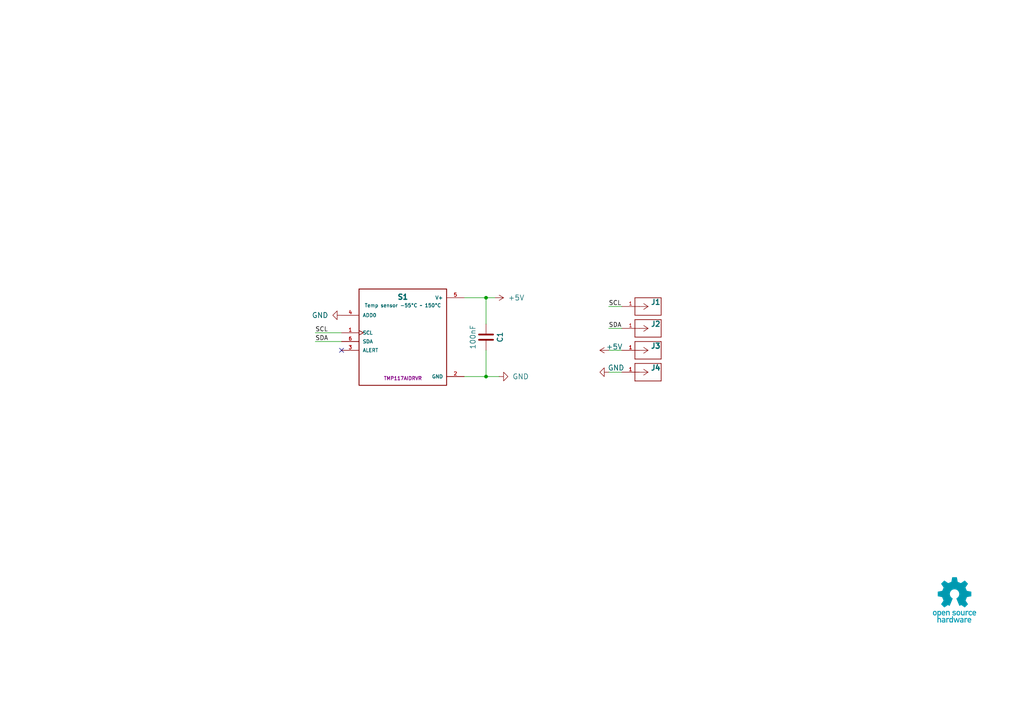
<source format=kicad_sch>
(kicad_sch (version 20250114) (generator "eeschema") (generator_version "9.0")
  (paper "A4")
  (title_block (title "${PROJ_TITLE}") (date "2026-01-15") (rev "${PROJ_REV}") (comment 1 "https://creativecommons.org/licenses/by-sa/4.0/") (comment 2 "Released under the Creative Commons Share-Alike 4.0 License") (comment 3 "Designed by ${PROJ_AUTHOR}"))
  (lib_symbols
    (symbol "symbols:+5V" (power) (pin_numbers (hide yes)) (pin_names (offset 0) (hide yes))
      (property "Value" "+5V" (at 0 3.556 0))
      (symbol "+5V_0_1"
        (polyline (pts (xy -0.762 1.27) (xy 0 2.54)))
        (polyline (pts (xy 0 2.54) (xy 0.762 1.27)))
        (polyline (pts (xy 0 0) (xy 0 2.54)))
      )
      (symbol "+5V_1_1"
        (pin power_in line (at 0 0 90) (length 0) (name "~") (number "1"))
      )
    )
    (symbol "symbols:C_0603" (pin_numbers (hide yes)) (pin_names (offset 0.254))
      (property "Reference" "C" (at 0 -4.064 0))
      (property "Value" "F" (at 0 3.81 0))
      (symbol "C_0603_0_1"
        (polyline (pts (xy -0.762 2.032) (xy -0.762 -2.032)) (stroke (width 0.508)))
        (polyline (pts (xy 0.762 2.032) (xy 0.762 -2.032)) (stroke (width 0.508)))
      )
      (symbol "C_0603_1_1"
        (pin passive line (at -3.81 0 0) (length 2.794) (name "~") (number "2"))
        (pin passive line (at 3.81 0 180) (length 2.794) (name "~") (number "1"))
      )
    )
    (symbol "symbols:GND" (power) (pin_numbers (hide yes)) (pin_names (offset 0) (hide yes))
      (property "Value" "GND" (at 0 -3.81 0))
      (symbol "GND_0_1"
        (polyline (pts (xy 0 0) (xy 0 -1.27) (xy 1.27 -1.27) (xy 0 -2.54) (xy -1.27 -1.27) (xy 0 -1.27)))
      )
      (symbol "GND_1_1"
        (pin power_in line (at 0 0 270) (length 0) (name "~") (number "1"))
      )
    )
    (symbol "symbols:PINHD-1x1" (pin_names (offset 0.254))
      (property "Reference" "J" (at 12.7 1.27 0))
      (symbol "PINHD-1x1_0_1"
        (polyline (pts (xy 5.08 2.54) (xy 5.08 -2.54)) (stroke (width 0.2)))
        (polyline (pts (xy 5.08 -2.54) (xy 12.7 -2.54)) (stroke (width 0.2)))
        (polyline (pts (xy 8.89 0) (xy 6.35 0)) (stroke (width 0.15)))
        (polyline (pts (xy 8.89 0) (xy 7.62 0.8467)) (stroke (width 0.15)))
        (polyline (pts (xy 8.89 0) (xy 7.62 -0.8467)) (stroke (width 0.15)))
        (polyline (pts (xy 12.7 2.54) (xy 5.08 2.54)) (stroke (width 0.2)))
        (polyline (pts (xy 12.7 -2.54) (xy 12.7 2.54)) (stroke (width 0.2)))
      )
      (symbol "PINHD-1x1_1_1"
        (pin unspecified line (at 1.27 0 0) (length 5.08) (name "1") (number "1"))
      )
    )
    (symbol "symbols:Sensor_TMP117AIDRVR_nopad" (pin_names (offset 1.016))
      (property "Reference" "S" (at 0 9.398 0))
      (property "Value" "Temp sensor -55°C ~ 150°C" (at 0.254 7.366 0))
      (property "MPN" "TMP117AIDRVR" (at 0 -13.208 0))
      (symbol "Sensor_TMP117AIDRVR_nopad_0_0"
        (pin input line (at -17.78 5.08 0) (length 5.08) (name "ADD0") (number "4"))
        (pin input clock (at -17.78 0 0) (length 5.08) (name "SCL") (number "1"))
        (pin bidirectional line (at -17.78 -2.54 0) (length 5.08) (name "SDA") (number "6"))
        (pin output line (at -17.78 -5.08 0) (length 5.08) (name "ALERT") (number "3"))
        (pin power_in line (at 17.78 10.16 180) (length 5.08) (name "V+") (number "5"))
        (pin power_in line (at 17.78 -12.7 180) (length 5.08) (name "GND") (number "2"))
      )
      (symbol "Sensor_TMP117AIDRVR_nopad_1_0"
        (rectangle (start -12.7 12.7) (end 12.7 -15.24) (stroke (width 0.254)))
      )
    )
  )
  (junction (at 140.97 86.36))
  (junction (at 140.97 109.22))
  (no_connect (at 99.06 101.6))
  (wire (pts (xy 176.53 88.9) (xy 180.34 88.9)))
  (wire (pts (xy 140.97 109.22) (xy 134.62 109.22)))
  (wire (pts (xy 91.44 99.06) (xy 99.06 99.06)))
  (wire (pts (xy 140.97 86.36) (xy 134.62 86.36)))
  (wire (pts (xy 176.53 101.6) (xy 180.34 101.6)))
  (wire (pts (xy 140.97 101.6) (xy 140.97 109.22)))
  (wire (pts (xy 176.53 95.25) (xy 180.34 95.25)))
  (wire (pts (xy 91.44 96.52) (xy 99.06 96.52)))
  (wire (pts (xy 143.51 86.36) (xy 140.97 86.36)))
  (wire (pts (xy 140.97 86.36) (xy 140.97 93.98)))
  (wire (pts (xy 144.78 109.22) (xy 140.97 109.22)))
  (wire (pts (xy 176.53 107.95) (xy 180.34 107.95)))
  (image (at 276.86 173.99) (scale 0.05))
  (label "SDA" (at 176.53 95.25 0))
  (label "SCL" (at 176.53 88.9 0))
  (label "SCL" (at 91.44 96.52 0))
  (label "SDA" (at 91.44 99.06 0))
  (symbol (lib_id "symbols:GND") (at 176.53 107.95 270) (unit 1)
    (property "Reference" "#PWR05" (effects (hide yes)))
    (property "Value" "GND" (at 181.102 106.68 90) (effects (font (size 1.5 1.5)) (justify right)))
    (property "Description" "Power symbol creates a global label with name \"GND\" , ground" (effects (hide yes)))
  )
  (symbol (lib_id "symbols:C_0603") (at 140.97 97.79 90) (unit 1)
    (property "Reference" "C1" (at 145.034 97.79 0) (effects (font (size 1.5 1.5) (thickness 0.254) (bold yes))))
    (property "Value" "100nF" (at 137.16 97.79 0) (effects (font (size 1.5 1.5))))
    (property "Footprint" "footprints:C_0603" (effects (hide yes)))
    (property "Description" "Unpolarized capacitor" (effects (hide yes)))
    (property "JLCPCB" "C1591" (effects (hide yes)))
    (property "JLCPCBURL" "https://jlcpcb.com/partdetail/1943-CL10B104KB8NNNC/C1591" (effects (hide yes)))
  )
  (symbol (lib_id "symbols:PINHD-1x1") (at 179.07 95.25 0) (unit 1)
    (property "Reference" "J2" (at 191.77 93.98 0) (effects (font (size 1.5 1.5) (thickness 0.3) (bold yes)) (justify right)))
    (property "Value" "SDA" (effects (hide yes)))
    (property "Footprint" "footprints:PIN_HEADERS_1X01" (effects (hide yes)))
    (property "Datasheet" "DW-01-09-T-S-450" (effects (hide yes)))
  )
  (symbol (lib_id "symbols:PINHD-1x1") (at 179.07 107.95 0) (unit 1)
    (property "Reference" "J4" (at 191.77 106.68 0) (effects (font (size 1.5 1.5) (thickness 0.3) (bold yes)) (justify right)))
    (property "Value" "GND" (effects (hide yes)))
    (property "Footprint" "footprints:PIN_HEADERS_1X01" (effects (hide yes)))
    (property "Datasheet" "DW-01-09-T-S-450" (effects (hide yes)))
  )
  (symbol (lib_id "symbols:PINHD-1x1") (at 179.07 101.6 0) (unit 1)
    (property "Reference" "J3" (at 191.77 100.33 0) (effects (font (size 1.5 1.5) (thickness 0.3) (bold yes)) (justify right)))
    (property "Value" "+5V" (effects (hide yes)))
    (property "Footprint" "footprints:PIN_HEADERS_1X01" (effects (hide yes)))
    (property "Datasheet" "DW-01-09-T-S-450" (effects (hide yes)))
  )
  (symbol (lib_id "symbols:PINHD-1x1") (at 179.07 88.9 0) (unit 1)
    (property "Reference" "J1" (at 191.77 87.63 0) (effects (font (size 1.5 1.5) (thickness 0.3) (bold yes)) (justify right)))
    (property "Value" "SCL" (effects (hide yes)))
    (property "Footprint" "footprints:PIN_HEADERS_1X01" (effects (hide yes)))
    (property "Datasheet" "DW-01-09-T-S-450" (effects (hide yes)))
  )
  (symbol (lib_id "symbols:GND") (at 144.78 109.22 90) (unit 1)
    (property "Reference" "#PWR01" (effects (hide yes)))
    (property "Value" "GND" (at 148.59 109.22 90) (effects (font (size 1.5 1.5)) (justify right)))
    (property "Description" "Power symbol creates a global label with name \"GND\" , ground" (effects (hide yes)))
  )
  (symbol (lib_id "symbols:Sensor_TMP117AIDRVR_nopad") (at 116.84 96.52 0) (unit 1)
    (property "Reference" "S1" (at 116.84 87.122 0) (effects (font (size 1.5 1.5) (thickness 0.3) (bold yes)) (justify bottom)))
    (property "Value" "Temp sensor -55°C ~ 150°C" (at 116.84 89.154 0) (effects (font (size 1 1)) (justify bottom)))
    (property "Footprint" "footprints:WSON-6_2x2mm_nopad" (effects (hide yes)))
    (property "Datasheet" "https://www.ti.com/lit/ds/symlink/tmp117.pdf" (effects (hide yes)))
    (property "Description" "Temperature Sensor Digital, Local -55°C ~ 150°C 16 b 6-WSON (2x2)" (effects (hide yes)))
    (property "STANDARD" "IPC 7351B" (effects (hide yes)))
    (property "MPN" "TMP117AIDRVR" (at 116.84 109.728 0) (effects (font (size 1 1))))
    (property "DigiKey" "296-51834-1-ND" (effects (hide yes)))
    (property "DigiKeyURL" "https://www.digikey.com/en/products/detail/texas-instruments/TMP117AIDRVR/9685284" (effects (hide yes)))
    (property "JLCPCB" "C699536" (effects (hide yes)))
    (property "JLCPCBURL" "https://jlcpcb.com/partdetail/TexasInstruments-TMP117AIDRVR/C699536" (effects (hide yes)))
  )
  (symbol (lib_id "symbols:GND") (at 99.06 91.44 270) (unit 1)
    (property "Reference" "#PWR02" (effects (hide yes)))
    (property "Value" "GND" (at 95.25 91.44 90) (effects (font (size 1.5 1.5)) (justify right)))
    (property "Description" "Power symbol creates a global label with name \"GND\" , ground" (effects (hide yes)))
  )
  (symbol (lib_id "symbols:+5V") (at 143.51 86.36 270) (unit 1)
    (property "Reference" "#PWR03" (effects (hide yes)))
    (property "Value" "+5V" (at 147.32 86.36 90) (effects (font (size 1.5 1.5)) (justify left)))
    (property "Description" "Power symbol creates a global label with name \"+5V\"" (effects (hide yes)))
  )
  (symbol (lib_id "symbols:+5V") (at 176.53 101.6 90) (unit 1)
    (property "Reference" "#PWR04" (effects (hide yes)))
    (property "Value" "+5V" (at 180.594 100.584 90) (effects (font (size 1.5 1.5)) (justify left)))
    (property "Description" "Power symbol creates a global label with name \"+5V\"" (effects (hide yes)))
  )
)
</source>
